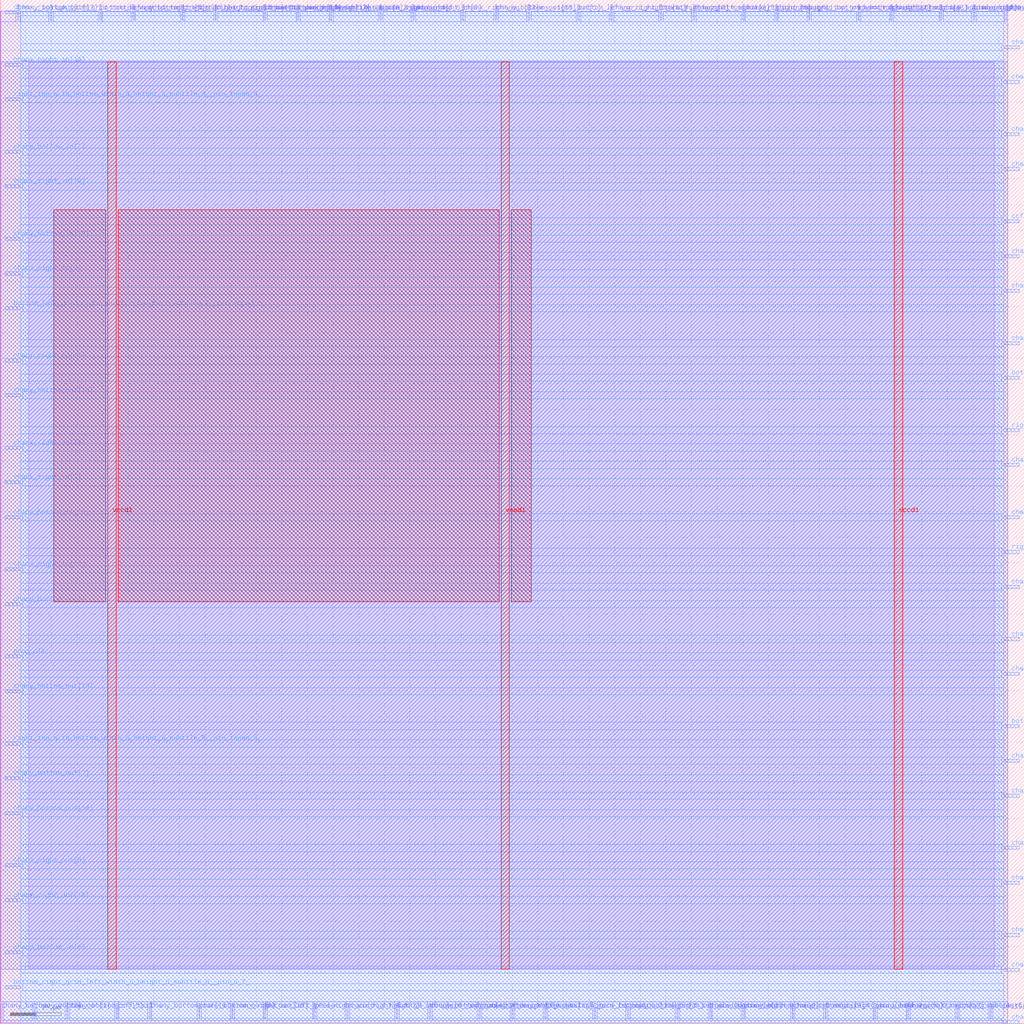
<source format=lef>
VERSION 5.7 ;
  NOWIREEXTENSIONATPIN ON ;
  DIVIDERCHAR "/" ;
  BUSBITCHARS "[]" ;
MACRO sb_0__4_
  CLASS BLOCK ;
  FOREIGN sb_0__4_ ;
  ORIGIN 0.000 0.000 ;
  SIZE 200.000 BY 200.000 ;
  PIN bottom_left_grid_right_width_0_height_0_subtile_0__pin_inpad_0_
    DIRECTION INPUT ;
    USE SIGNAL ;
    PORT
      LAYER met2 ;
        RECT 35.510 196.000 35.790 199.000 ;
    END
  END bottom_left_grid_right_width_0_height_0_subtile_0__pin_inpad_0_
  PIN bottom_left_grid_right_width_0_height_0_subtile_1__pin_inpad_0_
    DIRECTION INPUT ;
    USE SIGNAL ;
    PORT
      LAYER met2 ;
        RECT 19.410 196.000 19.690 199.000 ;
    END
  END bottom_left_grid_right_width_0_height_0_subtile_1__pin_inpad_0_
  PIN bottom_left_grid_right_width_0_height_0_subtile_2__pin_inpad_0_
    DIRECTION INPUT ;
    USE SIGNAL ;
    PORT
      LAYER met3 ;
        RECT 1.000 139.440 4.000 140.040 ;
    END
  END bottom_left_grid_right_width_0_height_0_subtile_2__pin_inpad_0_
  PIN bottom_left_grid_right_width_0_height_0_subtile_3__pin_inpad_0_
    DIRECTION INPUT ;
    USE SIGNAL ;
    PORT
      LAYER met3 ;
        RECT 196.000 57.840 199.000 58.440 ;
    END
  END bottom_left_grid_right_width_0_height_0_subtile_3__pin_inpad_0_
  PIN bottom_left_grid_right_width_0_height_0_subtile_4__pin_inpad_0_
    DIRECTION INPUT ;
    USE SIGNAL ;
    PORT
      LAYER met3 ;
        RECT 196.000 125.840 199.000 126.440 ;
    END
  END bottom_left_grid_right_width_0_height_0_subtile_4__pin_inpad_0_
  PIN bottom_left_grid_right_width_0_height_0_subtile_5__pin_inpad_0_
    DIRECTION INPUT ;
    USE SIGNAL ;
    PORT
      LAYER met2 ;
        RECT 112.790 196.000 113.070 199.000 ;
    END
  END bottom_left_grid_right_width_0_height_0_subtile_5__pin_inpad_0_
  PIN bottom_left_grid_right_width_0_height_0_subtile_6__pin_inpad_0_
    DIRECTION INPUT ;
    USE SIGNAL ;
    PORT
      LAYER met2 ;
        RECT 51.610 1.000 51.890 4.000 ;
    END
  END bottom_left_grid_right_width_0_height_0_subtile_6__pin_inpad_0_
  PIN bottom_left_grid_right_width_0_height_0_subtile_7__pin_inpad_0_
    DIRECTION INPUT ;
    USE SIGNAL ;
    PORT
      LAYER met2 ;
        RECT 77.370 1.000 77.650 4.000 ;
    END
  END bottom_left_grid_right_width_0_height_0_subtile_7__pin_inpad_0_
  PIN bottom_right_grid_left_width_0_height_0_subtile_0__pin_O_3_
    DIRECTION INPUT ;
    USE SIGNAL ;
    PORT
      LAYER met2 ;
        RECT 161.090 1.000 161.370 4.000 ;
    END
  END bottom_right_grid_left_width_0_height_0_subtile_0__pin_O_3_
  PIN bottom_right_grid_left_width_0_height_0_subtile_0__pin_O_7_
    DIRECTION INPUT ;
    USE SIGNAL ;
    PORT
      LAYER met3 ;
        RECT 1.000 6.840 4.000 7.440 ;
    END
  END bottom_right_grid_left_width_0_height_0_subtile_0__pin_O_7_
  PIN ccff_head
    DIRECTION INPUT ;
    USE SIGNAL ;
    PORT
      LAYER met3 ;
        RECT 196.000 156.440 199.000 157.040 ;
    END
  END ccff_head
  PIN ccff_tail
    DIRECTION OUTPUT TRISTATE ;
    USE SIGNAL ;
    PORT
      LAYER met2 ;
        RECT 22.630 1.000 22.910 4.000 ;
    END
  END ccff_tail
  PIN chanx_right_in[0]
    DIRECTION INPUT ;
    USE SIGNAL ;
    PORT
      LAYER met2 ;
        RECT 170.750 1.000 171.030 4.000 ;
    END
  END chanx_right_in[0]
  PIN chanx_right_in[10]
    DIRECTION INPUT ;
    USE SIGNAL ;
    PORT
      LAYER met3 ;
        RECT 1.000 163.240 4.000 163.840 ;
    END
  END chanx_right_in[10]
  PIN chanx_right_in[11]
    DIRECTION INPUT ;
    USE SIGNAL ;
    PORT
      LAYER met2 ;
        RECT 167.530 196.000 167.810 199.000 ;
    END
  END chanx_right_in[11]
  PIN chanx_right_in[12]
    DIRECTION INPUT ;
    USE SIGNAL ;
    PORT
      LAYER met3 ;
        RECT 196.000 98.640 199.000 99.240 ;
    END
  END chanx_right_in[12]
  PIN chanx_right_in[13]
    DIRECTION INPUT ;
    USE SIGNAL ;
    PORT
      LAYER met2 ;
        RECT 58.050 196.000 58.330 199.000 ;
    END
  END chanx_right_in[13]
  PIN chanx_right_in[14]
    DIRECTION INPUT ;
    USE SIGNAL ;
    PORT
      LAYER met3 ;
        RECT 1.000 187.040 4.000 187.640 ;
    END
  END chanx_right_in[14]
  PIN chanx_right_in[15]
    DIRECTION INPUT ;
    USE SIGNAL ;
    PORT
      LAYER met3 ;
        RECT 1.000 129.240 4.000 129.840 ;
    END
  END chanx_right_in[15]
  PIN chanx_right_in[16]
    DIRECTION INPUT ;
    USE SIGNAL ;
    PORT
      LAYER met2 ;
        RECT 193.290 1.000 193.570 4.000 ;
    END
  END chanx_right_in[16]
  PIN chanx_right_in[17]
    DIRECTION INPUT ;
    USE SIGNAL ;
    PORT
      LAYER met3 ;
        RECT 1.000 88.440 4.000 89.040 ;
    END
  END chanx_right_in[17]
  PIN chanx_right_in[18]
    DIRECTION INPUT ;
    USE SIGNAL ;
    PORT
      LAYER met3 ;
        RECT 196.000 173.440 199.000 174.040 ;
    END
  END chanx_right_in[18]
  PIN chanx_right_in[1]
    DIRECTION INPUT ;
    USE SIGNAL ;
    PORT
      LAYER met3 ;
        RECT 196.000 27.240 199.000 27.840 ;
    END
  END chanx_right_in[1]
  PIN chanx_right_in[2]
    DIRECTION INPUT ;
    USE SIGNAL ;
    PORT
      LAYER met2 ;
        RECT 128.890 196.000 129.170 199.000 ;
    END
  END chanx_right_in[2]
  PIN chanx_right_in[3]
    DIRECTION INPUT ;
    USE SIGNAL ;
    PORT
      LAYER met3 ;
        RECT 1.000 105.440 4.000 106.040 ;
    END
  END chanx_right_in[3]
  PIN chanx_right_in[4]
    DIRECTION INPUT ;
    USE SIGNAL ;
    PORT
      LAYER met2 ;
        RECT 74.150 196.000 74.430 199.000 ;
    END
  END chanx_right_in[4]
  PIN chanx_right_in[5]
    DIRECTION INPUT ;
    USE SIGNAL ;
    PORT
      LAYER met2 ;
        RECT 80.590 196.000 80.870 199.000 ;
    END
  END chanx_right_in[5]
  PIN chanx_right_in[6]
    DIRECTION INPUT ;
    USE SIGNAL ;
    PORT
      LAYER met2 ;
        RECT 144.990 196.000 145.270 199.000 ;
    END
  END chanx_right_in[6]
  PIN chanx_right_in[7]
    DIRECTION INPUT ;
    USE SIGNAL ;
    PORT
      LAYER met3 ;
        RECT 1.000 146.240 4.000 146.840 ;
    END
  END chanx_right_in[7]
  PIN chanx_right_in[8]
    DIRECTION INPUT ;
    USE SIGNAL ;
    PORT
      LAYER met3 ;
        RECT 196.000 190.440 199.000 191.040 ;
    END
  END chanx_right_in[8]
  PIN chanx_right_in[9]
    DIRECTION INPUT ;
    USE SIGNAL ;
    PORT
      LAYER met3 ;
        RECT 196.000 166.640 199.000 167.240 ;
    END
  END chanx_right_in[9]
  PIN chanx_right_out[0]
    DIRECTION OUTPUT TRISTATE ;
    USE SIGNAL ;
    PORT
      LAYER met3 ;
        RECT 196.000 183.640 199.000 184.240 ;
    END
  END chanx_right_out[0]
  PIN chanx_right_out[10]
    DIRECTION OUTPUT TRISTATE ;
    USE SIGNAL ;
    PORT
      LAYER met3 ;
        RECT 196.000 44.240 199.000 44.840 ;
    END
  END chanx_right_out[10]
  PIN chanx_right_out[11]
    DIRECTION OUTPUT TRISTATE ;
    USE SIGNAL ;
    PORT
      LAYER met2 ;
        RECT 119.230 196.000 119.510 199.000 ;
    END
  END chanx_right_out[11]
  PIN chanx_right_out[12]
    DIRECTION OUTPUT TRISTATE ;
    USE SIGNAL ;
    PORT
      LAYER met2 ;
        RECT 90.250 196.000 90.530 199.000 ;
    END
  END chanx_right_out[12]
  PIN chanx_right_out[13]
    DIRECTION OUTPUT TRISTATE ;
    USE SIGNAL ;
    PORT
      LAYER met3 ;
        RECT 1.000 23.840 4.000 24.440 ;
    END
  END chanx_right_out[13]
  PIN chanx_right_out[14]
    DIRECTION OUTPUT TRISTATE ;
    USE SIGNAL ;
    PORT
      LAYER met3 ;
        RECT 1.000 197.240 4.000 197.840 ;
    END
  END chanx_right_out[14]
  PIN chanx_right_out[15]
    DIRECTION OUTPUT TRISTATE ;
    USE SIGNAL ;
    PORT
      LAYER met2 ;
        RECT 45.170 1.000 45.450 4.000 ;
    END
  END chanx_right_out[15]
  PIN chanx_right_out[16]
    DIRECTION OUTPUT TRISTATE ;
    USE SIGNAL ;
    PORT
      LAYER met3 ;
        RECT 196.000 142.840 199.000 143.440 ;
    END
  END chanx_right_out[16]
  PIN chanx_right_out[17]
    DIRECTION OUTPUT TRISTATE ;
    USE SIGNAL ;
    PORT
      LAYER met2 ;
        RECT 186.850 1.000 187.130 4.000 ;
    END
  END chanx_right_out[17]
  PIN chanx_right_out[18]
    DIRECTION OUTPUT TRISTATE ;
    USE SIGNAL ;
    PORT
      LAYER met3 ;
        RECT 196.000 74.840 199.000 75.440 ;
    END
  END chanx_right_out[18]
  PIN chanx_right_out[1]
    DIRECTION OUTPUT TRISTATE ;
    USE SIGNAL ;
    PORT
      LAYER met2 ;
        RECT 103.130 196.000 103.410 199.000 ;
    END
  END chanx_right_out[1]
  PIN chanx_right_out[2]
    DIRECTION OUTPUT TRISTATE ;
    USE SIGNAL ;
    PORT
      LAYER met2 ;
        RECT 64.490 196.000 64.770 199.000 ;
    END
  END chanx_right_out[2]
  PIN chanx_right_out[3]
    DIRECTION OUTPUT TRISTATE ;
    USE SIGNAL ;
    PORT
      LAYER met3 ;
        RECT 196.000 0.040 199.000 0.640 ;
    END
  END chanx_right_out[3]
  PIN chanx_right_out[4]
    DIRECTION OUTPUT TRISTATE ;
    USE SIGNAL ;
    PORT
      LAYER met3 ;
        RECT 196.000 149.640 199.000 150.240 ;
    END
  END chanx_right_out[4]
  PIN chanx_right_out[5]
    DIRECTION OUTPUT TRISTATE ;
    USE SIGNAL ;
    PORT
      LAYER met2 ;
        RECT 190.070 196.000 190.350 199.000 ;
    END
  END chanx_right_out[5]
  PIN chanx_right_out[6]
    DIRECTION OUTPUT TRISTATE ;
    USE SIGNAL ;
    PORT
      LAYER met3 ;
        RECT 1.000 30.640 4.000 31.240 ;
    END
  END chanx_right_out[6]
  PIN chanx_right_out[7]
    DIRECTION OUTPUT TRISTATE ;
    USE SIGNAL ;
    PORT
      LAYER met2 ;
        RECT 67.710 1.000 67.990 4.000 ;
    END
  END chanx_right_out[7]
  PIN chanx_right_out[8]
    DIRECTION OUTPUT TRISTATE ;
    USE SIGNAL ;
    PORT
      LAYER met3 ;
        RECT 196.000 34.040 199.000 34.640 ;
    END
  END chanx_right_out[8]
  PIN chanx_right_out[9]
    DIRECTION OUTPUT TRISTATE ;
    USE SIGNAL ;
    PORT
      LAYER met3 ;
        RECT 1.000 112.240 4.000 112.840 ;
    END
  END chanx_right_out[9]
  PIN chany_bottom_in[0]
    DIRECTION INPUT ;
    USE SIGNAL ;
    PORT
      LAYER met3 ;
        RECT 1.000 13.640 4.000 14.240 ;
    END
  END chany_bottom_in[0]
  PIN chany_bottom_in[10]
    DIRECTION INPUT ;
    USE SIGNAL ;
    PORT
      LAYER met3 ;
        RECT 1.000 153.040 4.000 153.640 ;
    END
  END chany_bottom_in[10]
  PIN chany_bottom_in[11]
    DIRECTION INPUT ;
    USE SIGNAL ;
    PORT
      LAYER met2 ;
        RECT 51.610 196.000 51.890 199.000 ;
    END
  END chany_bottom_in[11]
  PIN chany_bottom_in[12]
    DIRECTION INPUT ;
    USE SIGNAL ;
    PORT
      LAYER met2 ;
        RECT 144.990 1.000 145.270 4.000 ;
    END
  END chany_bottom_in[12]
  PIN chany_bottom_in[13]
    DIRECTION INPUT ;
    USE SIGNAL ;
    PORT
      LAYER met2 ;
        RECT 173.970 196.000 174.250 199.000 ;
    END
  END chany_bottom_in[13]
  PIN chany_bottom_in[14]
    DIRECTION INPUT ;
    USE SIGNAL ;
    PORT
      LAYER met2 ;
        RECT 122.450 1.000 122.730 4.000 ;
    END
  END chany_bottom_in[14]
  PIN chany_bottom_in[15]
    DIRECTION INPUT ;
    USE SIGNAL ;
    PORT
      LAYER met2 ;
        RECT 12.970 1.000 13.250 4.000 ;
    END
  END chany_bottom_in[15]
  PIN chany_bottom_in[16]
    DIRECTION INPUT ;
    USE SIGNAL ;
    PORT
      LAYER met3 ;
        RECT 1.000 98.640 4.000 99.240 ;
    END
  END chany_bottom_in[16]
  PIN chany_bottom_in[17]
    DIRECTION INPUT ;
    USE SIGNAL ;
    PORT
      LAYER met2 ;
        RECT 177.190 1.000 177.470 4.000 ;
    END
  END chany_bottom_in[17]
  PIN chany_bottom_in[18]
    DIRECTION INPUT ;
    USE SIGNAL ;
    PORT
      LAYER met3 ;
        RECT 196.000 85.040 199.000 85.640 ;
    END
  END chany_bottom_in[18]
  PIN chany_bottom_in[1]
    DIRECTION INPUT ;
    USE SIGNAL ;
    PORT
      LAYER met3 ;
        RECT 196.000 51.040 199.000 51.640 ;
    END
  END chany_bottom_in[1]
  PIN chany_bottom_in[2]
    DIRECTION INPUT ;
    USE SIGNAL ;
    PORT
      LAYER met2 ;
        RECT 138.550 1.000 138.830 4.000 ;
    END
  END chany_bottom_in[2]
  PIN chany_bottom_in[3]
    DIRECTION INPUT ;
    USE SIGNAL ;
    PORT
      LAYER met3 ;
        RECT 1.000 170.040 4.000 170.640 ;
    END
  END chany_bottom_in[3]
  PIN chany_bottom_in[4]
    DIRECTION INPUT ;
    USE SIGNAL ;
    PORT
      LAYER met3 ;
        RECT 196.000 10.240 199.000 10.840 ;
    END
  END chany_bottom_in[4]
  PIN chany_bottom_in[5]
    DIRECTION INPUT ;
    USE SIGNAL ;
    PORT
      LAYER met2 ;
        RECT 25.850 196.000 26.130 199.000 ;
    END
  END chany_bottom_in[5]
  PIN chany_bottom_in[6]
    DIRECTION INPUT ;
    USE SIGNAL ;
    PORT
      LAYER met3 ;
        RECT 196.000 68.040 199.000 68.640 ;
    END
  END chany_bottom_in[6]
  PIN chany_bottom_in[7]
    DIRECTION INPUT ;
    USE SIGNAL ;
    PORT
      LAYER met3 ;
        RECT 1.000 81.640 4.000 82.240 ;
    END
  END chany_bottom_in[7]
  PIN chany_bottom_in[8]
    DIRECTION INPUT ;
    USE SIGNAL ;
    PORT
      LAYER met2 ;
        RECT 154.650 1.000 154.930 4.000 ;
    END
  END chany_bottom_in[8]
  PIN chany_bottom_in[9]
    DIRECTION INPUT ;
    USE SIGNAL ;
    PORT
      LAYER met3 ;
        RECT 196.000 132.640 199.000 133.240 ;
    END
  END chany_bottom_in[9]
  PIN chany_bottom_out[0]
    DIRECTION OUTPUT TRISTATE ;
    USE SIGNAL ;
    PORT
      LAYER met2 ;
        RECT 93.470 1.000 93.750 4.000 ;
    END
  END chany_bottom_out[0]
  PIN chany_bottom_out[10]
    DIRECTION OUTPUT TRISTATE ;
    USE SIGNAL ;
    PORT
      LAYER met3 ;
        RECT 1.000 122.440 4.000 123.040 ;
    END
  END chany_bottom_out[10]
  PIN chany_bottom_out[11]
    DIRECTION OUTPUT TRISTATE ;
    USE SIGNAL ;
    PORT
      LAYER met2 ;
        RECT 99.910 1.000 100.190 4.000 ;
    END
  END chany_bottom_out[11]
  PIN chany_bottom_out[12]
    DIRECTION OUTPUT TRISTATE ;
    USE SIGNAL ;
    PORT
      LAYER met2 ;
        RECT 0.090 1.000 0.370 4.000 ;
    END
  END chany_bottom_out[12]
  PIN chany_bottom_out[13]
    DIRECTION OUTPUT TRISTATE ;
    USE SIGNAL ;
    PORT
      LAYER met2 ;
        RECT 116.010 1.000 116.290 4.000 ;
    END
  END chany_bottom_out[13]
  PIN chany_bottom_out[14]
    DIRECTION OUTPUT TRISTATE ;
    USE SIGNAL ;
    PORT
      LAYER met3 ;
        RECT 1.000 40.840 4.000 41.440 ;
    END
  END chany_bottom_out[14]
  PIN chany_bottom_out[15]
    DIRECTION OUTPUT TRISTATE ;
    USE SIGNAL ;
    PORT
      LAYER met2 ;
        RECT 96.690 196.000 96.970 199.000 ;
    END
  END chany_bottom_out[15]
  PIN chany_bottom_out[16]
    DIRECTION OUTPUT TRISTATE ;
    USE SIGNAL ;
    PORT
      LAYER met3 ;
        RECT 1.000 64.640 4.000 65.240 ;
    END
  END chany_bottom_out[16]
  PIN chany_bottom_out[17]
    DIRECTION OUTPUT TRISTATE ;
    USE SIGNAL ;
    PORT
      LAYER met2 ;
        RECT 3.310 196.000 3.590 199.000 ;
    END
  END chany_bottom_out[17]
  PIN chany_bottom_out[18]
    DIRECTION OUTPUT TRISTATE ;
    USE SIGNAL ;
    PORT
      LAYER met2 ;
        RECT 29.070 1.000 29.350 4.000 ;
    END
  END chany_bottom_out[18]
  PIN chany_bottom_out[1]
    DIRECTION OUTPUT TRISTATE ;
    USE SIGNAL ;
    PORT
      LAYER met2 ;
        RECT 6.530 1.000 6.810 4.000 ;
    END
  END chany_bottom_out[1]
  PIN chany_bottom_out[2]
    DIRECTION OUTPUT TRISTATE ;
    USE SIGNAL ;
    PORT
      LAYER met2 ;
        RECT 183.630 196.000 183.910 199.000 ;
    END
  END chany_bottom_out[2]
  PIN chany_bottom_out[3]
    DIRECTION OUTPUT TRISTATE ;
    USE SIGNAL ;
    PORT
      LAYER met2 ;
        RECT 135.330 196.000 135.610 199.000 ;
    END
  END chany_bottom_out[3]
  PIN chany_bottom_out[4]
    DIRECTION OUTPUT TRISTATE ;
    USE SIGNAL ;
    PORT
      LAYER met2 ;
        RECT 83.810 1.000 84.090 4.000 ;
    END
  END chany_bottom_out[4]
  PIN chany_bottom_out[5]
    DIRECTION OUTPUT TRISTATE ;
    USE SIGNAL ;
    PORT
      LAYER met2 ;
        RECT 196.510 196.000 196.790 199.000 ;
    END
  END chany_bottom_out[5]
  PIN chany_bottom_out[6]
    DIRECTION OUTPUT TRISTATE ;
    USE SIGNAL ;
    PORT
      LAYER met3 ;
        RECT 196.000 17.040 199.000 17.640 ;
    END
  END chany_bottom_out[6]
  PIN chany_bottom_out[7]
    DIRECTION OUTPUT TRISTATE ;
    USE SIGNAL ;
    PORT
      LAYER met3 ;
        RECT 1.000 47.640 4.000 48.240 ;
    END
  END chany_bottom_out[7]
  PIN chany_bottom_out[8]
    DIRECTION OUTPUT TRISTATE ;
    USE SIGNAL ;
    PORT
      LAYER met3 ;
        RECT 196.000 108.840 199.000 109.440 ;
    END
  END chany_bottom_out[8]
  PIN chany_bottom_out[9]
    DIRECTION OUTPUT TRISTATE ;
    USE SIGNAL ;
    PORT
      LAYER met2 ;
        RECT 38.730 1.000 39.010 4.000 ;
    END
  END chany_bottom_out[9]
  PIN pReset
    DIRECTION INPUT ;
    USE SIGNAL ;
    PORT
      LAYER met2 ;
        RECT 61.270 1.000 61.550 4.000 ;
    END
  END pReset
  PIN prog_clk
    DIRECTION INPUT ;
    USE SIGNAL ;
    PORT
      LAYER met3 ;
        RECT 1.000 71.440 4.000 72.040 ;
    END
  END prog_clk
  PIN right_bottom_grid_top_width_0_height_0_subtile_0__pin_O_0_
    DIRECTION INPUT ;
    USE SIGNAL ;
    PORT
      LAYER met3 ;
        RECT 196.000 115.640 199.000 116.240 ;
    END
  END right_bottom_grid_top_width_0_height_0_subtile_0__pin_O_0_
  PIN right_bottom_grid_top_width_0_height_0_subtile_0__pin_O_4_
    DIRECTION INPUT ;
    USE SIGNAL ;
    PORT
      LAYER met2 ;
        RECT 106.350 1.000 106.630 4.000 ;
    END
  END right_bottom_grid_top_width_0_height_0_subtile_0__pin_O_4_
  PIN right_top_grid_bottom_width_0_height_0_subtile_0__pin_inpad_0_
    DIRECTION INPUT ;
    USE SIGNAL ;
    PORT
      LAYER met2 ;
        RECT 157.870 196.000 158.150 199.000 ;
    END
  END right_top_grid_bottom_width_0_height_0_subtile_0__pin_inpad_0_
  PIN right_top_grid_bottom_width_0_height_0_subtile_1__pin_inpad_0_
    DIRECTION INPUT ;
    USE SIGNAL ;
    PORT
      LAYER met2 ;
        RECT 151.430 196.000 151.710 199.000 ;
    END
  END right_top_grid_bottom_width_0_height_0_subtile_1__pin_inpad_0_
  PIN right_top_grid_bottom_width_0_height_0_subtile_2__pin_inpad_0_
    DIRECTION INPUT ;
    USE SIGNAL ;
    PORT
      LAYER met2 ;
        RECT 9.750 196.000 10.030 199.000 ;
    END
  END right_top_grid_bottom_width_0_height_0_subtile_2__pin_inpad_0_
  PIN right_top_grid_bottom_width_0_height_0_subtile_3__pin_inpad_0_
    DIRECTION INPUT ;
    USE SIGNAL ;
    PORT
      LAYER met2 ;
        RECT 41.950 196.000 42.230 199.000 ;
    END
  END right_top_grid_bottom_width_0_height_0_subtile_3__pin_inpad_0_
  PIN right_top_grid_bottom_width_0_height_0_subtile_4__pin_inpad_0_
    DIRECTION INPUT ;
    USE SIGNAL ;
    PORT
      LAYER met2 ;
        RECT 132.110 1.000 132.390 4.000 ;
    END
  END right_top_grid_bottom_width_0_height_0_subtile_4__pin_inpad_0_
  PIN right_top_grid_bottom_width_0_height_0_subtile_5__pin_inpad_0_
    DIRECTION INPUT ;
    USE SIGNAL ;
    PORT
      LAYER met3 ;
        RECT 1.000 54.440 4.000 55.040 ;
    END
  END right_top_grid_bottom_width_0_height_0_subtile_5__pin_inpad_0_
  PIN right_top_grid_bottom_width_0_height_0_subtile_6__pin_inpad_0_
    DIRECTION INPUT ;
    USE SIGNAL ;
    PORT
      LAYER met3 ;
        RECT 1.000 180.240 4.000 180.840 ;
    END
  END right_top_grid_bottom_width_0_height_0_subtile_6__pin_inpad_0_
  PIN right_top_grid_bottom_width_0_height_0_subtile_7__pin_inpad_0_
    DIRECTION INPUT ;
    USE SIGNAL ;
    PORT
      LAYER met3 ;
        RECT 196.000 91.840 199.000 92.440 ;
    END
  END right_top_grid_bottom_width_0_height_0_subtile_7__pin_inpad_0_
  PIN vccd1
    DIRECTION INOUT ;
    USE POWER ;
    PORT
      LAYER met4 ;
        RECT 21.040 10.640 22.640 187.920 ;
    END
    PORT
      LAYER met4 ;
        RECT 174.640 10.640 176.240 187.920 ;
    END
  END vccd1
  PIN vssd1
    DIRECTION INOUT ;
    USE GROUND ;
    PORT
      LAYER met4 ;
        RECT 97.840 10.640 99.440 187.920 ;
    END
  END vssd1
  OBS
      LAYER li1 ;
        RECT 5.520 10.795 194.120 187.765 ;
      LAYER met1 ;
        RECT 0.070 10.640 196.810 187.920 ;
      LAYER met2 ;
        RECT 0.100 195.720 3.030 197.725 ;
        RECT 3.870 195.720 9.470 197.725 ;
        RECT 10.310 195.720 19.130 197.725 ;
        RECT 19.970 195.720 25.570 197.725 ;
        RECT 26.410 195.720 35.230 197.725 ;
        RECT 36.070 195.720 41.670 197.725 ;
        RECT 42.510 195.720 51.330 197.725 ;
        RECT 52.170 195.720 57.770 197.725 ;
        RECT 58.610 195.720 64.210 197.725 ;
        RECT 65.050 195.720 73.870 197.725 ;
        RECT 74.710 195.720 80.310 197.725 ;
        RECT 81.150 195.720 89.970 197.725 ;
        RECT 90.810 195.720 96.410 197.725 ;
        RECT 97.250 195.720 102.850 197.725 ;
        RECT 103.690 195.720 112.510 197.725 ;
        RECT 113.350 195.720 118.950 197.725 ;
        RECT 119.790 195.720 128.610 197.725 ;
        RECT 129.450 195.720 135.050 197.725 ;
        RECT 135.890 195.720 144.710 197.725 ;
        RECT 145.550 195.720 151.150 197.725 ;
        RECT 151.990 195.720 157.590 197.725 ;
        RECT 158.430 195.720 167.250 197.725 ;
        RECT 168.090 195.720 173.690 197.725 ;
        RECT 174.530 195.720 183.350 197.725 ;
        RECT 184.190 195.720 189.790 197.725 ;
        RECT 190.630 195.720 196.230 197.725 ;
        RECT 0.100 4.280 196.780 195.720 ;
        RECT 0.650 0.720 6.250 4.280 ;
        RECT 7.090 0.720 12.690 4.280 ;
        RECT 13.530 0.720 22.350 4.280 ;
        RECT 23.190 0.720 28.790 4.280 ;
        RECT 29.630 0.720 38.450 4.280 ;
        RECT 39.290 0.720 44.890 4.280 ;
        RECT 45.730 0.720 51.330 4.280 ;
        RECT 52.170 0.720 60.990 4.280 ;
        RECT 61.830 0.720 67.430 4.280 ;
        RECT 68.270 0.720 77.090 4.280 ;
        RECT 77.930 0.720 83.530 4.280 ;
        RECT 84.370 0.720 93.190 4.280 ;
        RECT 94.030 0.720 99.630 4.280 ;
        RECT 100.470 0.720 106.070 4.280 ;
        RECT 106.910 0.720 115.730 4.280 ;
        RECT 116.570 0.720 122.170 4.280 ;
        RECT 123.010 0.720 131.830 4.280 ;
        RECT 132.670 0.720 138.270 4.280 ;
        RECT 139.110 0.720 144.710 4.280 ;
        RECT 145.550 0.720 154.370 4.280 ;
        RECT 155.210 0.720 160.810 4.280 ;
        RECT 161.650 0.720 170.470 4.280 ;
        RECT 171.310 0.720 176.910 4.280 ;
        RECT 177.750 0.720 186.570 4.280 ;
        RECT 187.410 0.720 193.010 4.280 ;
        RECT 193.850 0.720 196.780 4.280 ;
        RECT 0.100 0.155 196.780 0.720 ;
      LAYER met3 ;
        RECT 4.400 196.840 196.000 197.705 ;
        RECT 4.000 191.440 196.000 196.840 ;
        RECT 4.000 190.040 195.600 191.440 ;
        RECT 4.000 188.040 196.000 190.040 ;
        RECT 4.400 186.640 196.000 188.040 ;
        RECT 4.000 184.640 196.000 186.640 ;
        RECT 4.000 183.240 195.600 184.640 ;
        RECT 4.000 181.240 196.000 183.240 ;
        RECT 4.400 179.840 196.000 181.240 ;
        RECT 4.000 174.440 196.000 179.840 ;
        RECT 4.000 173.040 195.600 174.440 ;
        RECT 4.000 171.040 196.000 173.040 ;
        RECT 4.400 169.640 196.000 171.040 ;
        RECT 4.000 167.640 196.000 169.640 ;
        RECT 4.000 166.240 195.600 167.640 ;
        RECT 4.000 164.240 196.000 166.240 ;
        RECT 4.400 162.840 196.000 164.240 ;
        RECT 4.000 157.440 196.000 162.840 ;
        RECT 4.000 156.040 195.600 157.440 ;
        RECT 4.000 154.040 196.000 156.040 ;
        RECT 4.400 152.640 196.000 154.040 ;
        RECT 4.000 150.640 196.000 152.640 ;
        RECT 4.000 149.240 195.600 150.640 ;
        RECT 4.000 147.240 196.000 149.240 ;
        RECT 4.400 145.840 196.000 147.240 ;
        RECT 4.000 143.840 196.000 145.840 ;
        RECT 4.000 142.440 195.600 143.840 ;
        RECT 4.000 140.440 196.000 142.440 ;
        RECT 4.400 139.040 196.000 140.440 ;
        RECT 4.000 133.640 196.000 139.040 ;
        RECT 4.000 132.240 195.600 133.640 ;
        RECT 4.000 130.240 196.000 132.240 ;
        RECT 4.400 128.840 196.000 130.240 ;
        RECT 4.000 126.840 196.000 128.840 ;
        RECT 4.000 125.440 195.600 126.840 ;
        RECT 4.000 123.440 196.000 125.440 ;
        RECT 4.400 122.040 196.000 123.440 ;
        RECT 4.000 116.640 196.000 122.040 ;
        RECT 4.000 115.240 195.600 116.640 ;
        RECT 4.000 113.240 196.000 115.240 ;
        RECT 4.400 111.840 196.000 113.240 ;
        RECT 4.000 109.840 196.000 111.840 ;
        RECT 4.000 108.440 195.600 109.840 ;
        RECT 4.000 106.440 196.000 108.440 ;
        RECT 4.400 105.040 196.000 106.440 ;
        RECT 4.000 99.640 196.000 105.040 ;
        RECT 4.400 98.240 195.600 99.640 ;
        RECT 4.000 92.840 196.000 98.240 ;
        RECT 4.000 91.440 195.600 92.840 ;
        RECT 4.000 89.440 196.000 91.440 ;
        RECT 4.400 88.040 196.000 89.440 ;
        RECT 4.000 86.040 196.000 88.040 ;
        RECT 4.000 84.640 195.600 86.040 ;
        RECT 4.000 82.640 196.000 84.640 ;
        RECT 4.400 81.240 196.000 82.640 ;
        RECT 4.000 75.840 196.000 81.240 ;
        RECT 4.000 74.440 195.600 75.840 ;
        RECT 4.000 72.440 196.000 74.440 ;
        RECT 4.400 71.040 196.000 72.440 ;
        RECT 4.000 69.040 196.000 71.040 ;
        RECT 4.000 67.640 195.600 69.040 ;
        RECT 4.000 65.640 196.000 67.640 ;
        RECT 4.400 64.240 196.000 65.640 ;
        RECT 4.000 58.840 196.000 64.240 ;
        RECT 4.000 57.440 195.600 58.840 ;
        RECT 4.000 55.440 196.000 57.440 ;
        RECT 4.400 54.040 196.000 55.440 ;
        RECT 4.000 52.040 196.000 54.040 ;
        RECT 4.000 50.640 195.600 52.040 ;
        RECT 4.000 48.640 196.000 50.640 ;
        RECT 4.400 47.240 196.000 48.640 ;
        RECT 4.000 45.240 196.000 47.240 ;
        RECT 4.000 43.840 195.600 45.240 ;
        RECT 4.000 41.840 196.000 43.840 ;
        RECT 4.400 40.440 196.000 41.840 ;
        RECT 4.000 35.040 196.000 40.440 ;
        RECT 4.000 33.640 195.600 35.040 ;
        RECT 4.000 31.640 196.000 33.640 ;
        RECT 4.400 30.240 196.000 31.640 ;
        RECT 4.000 28.240 196.000 30.240 ;
        RECT 4.000 26.840 195.600 28.240 ;
        RECT 4.000 24.840 196.000 26.840 ;
        RECT 4.400 23.440 196.000 24.840 ;
        RECT 4.000 18.040 196.000 23.440 ;
        RECT 4.000 16.640 195.600 18.040 ;
        RECT 4.000 14.640 196.000 16.640 ;
        RECT 4.400 13.240 196.000 14.640 ;
        RECT 4.000 11.240 196.000 13.240 ;
        RECT 4.000 9.840 195.600 11.240 ;
        RECT 4.000 7.840 196.000 9.840 ;
        RECT 4.400 6.440 196.000 7.840 ;
        RECT 4.000 1.040 196.000 6.440 ;
        RECT 4.000 0.175 195.600 1.040 ;
      LAYER met4 ;
        RECT 10.415 82.455 20.640 158.945 ;
        RECT 23.040 82.455 97.440 158.945 ;
        RECT 99.840 82.455 103.665 158.945 ;
  END
END sb_0__4_
END LIBRARY


</source>
